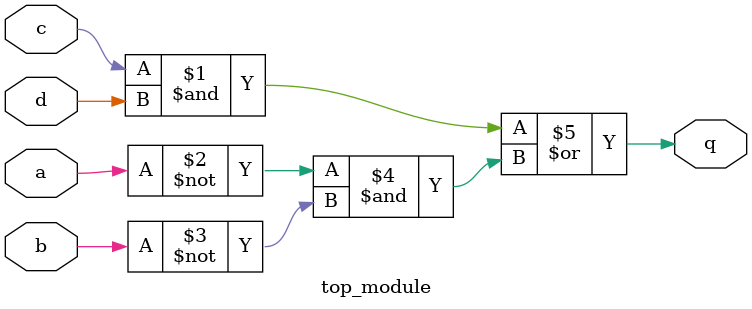
<source format=sv>
module top_module (
    input a,
    input b,
    input c,
    input d,
    output q
);

assign q = (c & d) | (~a & ~b);

endmodule

</source>
